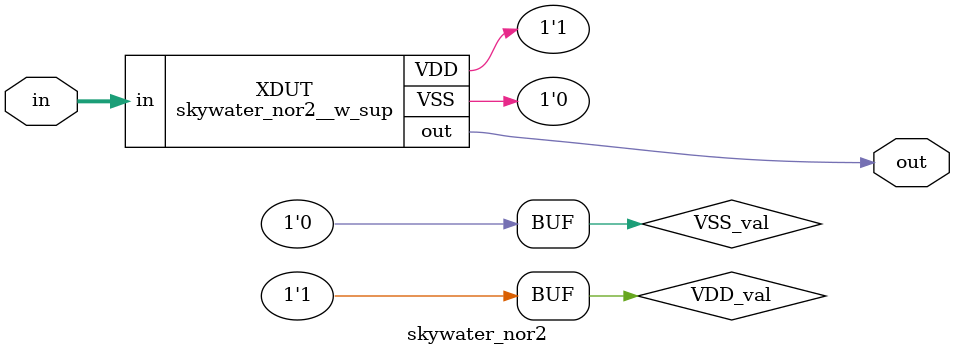
<source format=v>
`timescale 1ps/1ps 


module skywater_nor2__w_sup(
    input  wire [1:0] in,
    output wire out,
    inout  wire VDD,
    inout  wire VSS
);

parameter DELAY = 20;

   assign #DELAY out = VSS ? 1'bx : (~VDD ? 1'b0 : ~|in );
   

endmodule


module skywater_nor2(
    input  wire [1:0] in,
    output wire out
);

wire VDD_val;
wire VSS_val;

assign VDD_val = 1'b1;
assign VSS_val = 1'b0;

skywater_nor2__w_sup XDUT (
    .in( in ),
    .out( out ),
    .VDD( VDD_val ),
    .VSS( VSS_val )
);

endmodule

</source>
